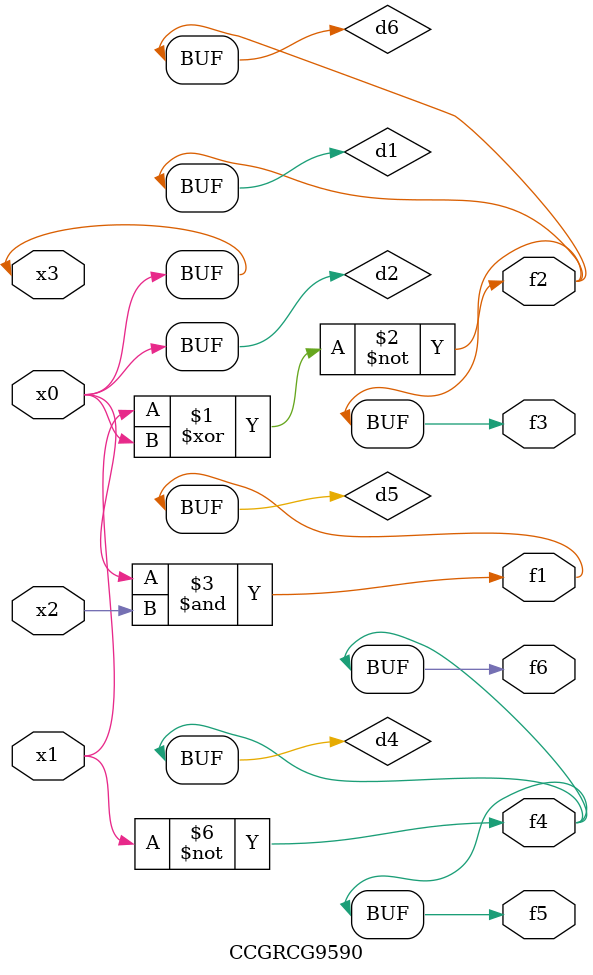
<source format=v>
module CCGRCG9590(
	input x0, x1, x2, x3,
	output f1, f2, f3, f4, f5, f6
);

	wire d1, d2, d3, d4, d5, d6;

	xnor (d1, x1, x3);
	buf (d2, x0, x3);
	nand (d3, x0, x2);
	not (d4, x1);
	nand (d5, d3);
	or (d6, d1);
	assign f1 = d5;
	assign f2 = d6;
	assign f3 = d6;
	assign f4 = d4;
	assign f5 = d4;
	assign f6 = d4;
endmodule

</source>
